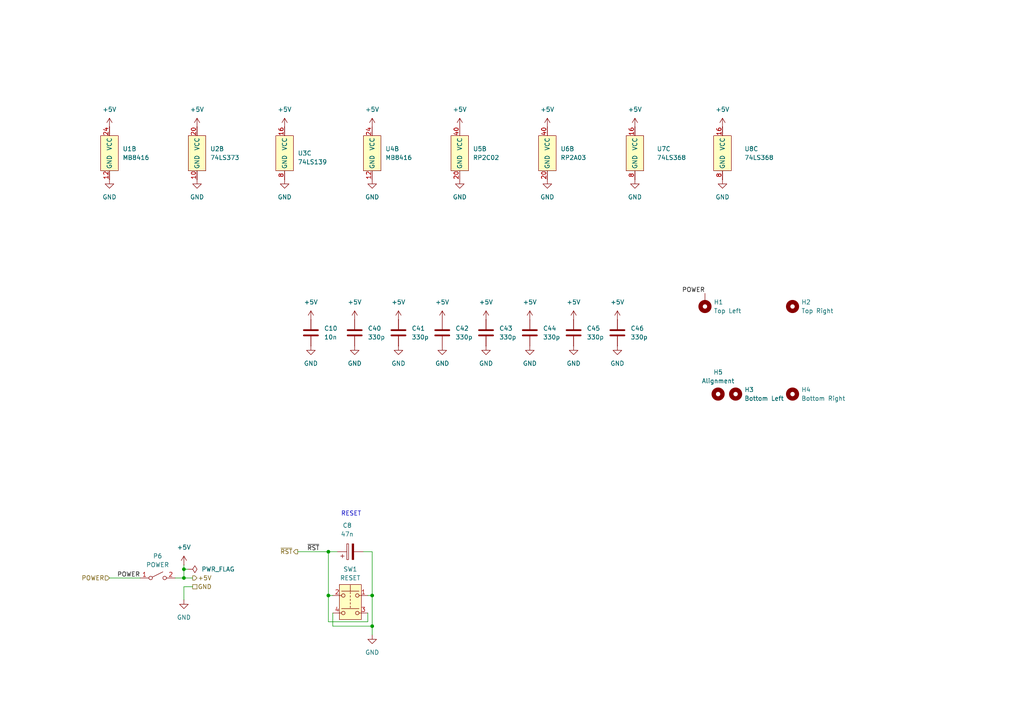
<source format=kicad_sch>
(kicad_sch (version 20250114) (generator "eeschema") (generator_version "9.0")
  (paper "A4")
  (title_block (title "Nintendo Famicom Mainboard") (date "2025-10-30") (rev "1"))
  (lib_symbols
    (symbol "Device:C" (pin_numbers (hide yes)) (pin_names (offset 0.254))
      (property "Reference" "C" (at 0.635 2.54 0))
      (property "Value" "C" (at 0.635 -2.54 0))
      (symbol "C_0_1"
        (polyline (pts (xy -2.032 0.762) (xy 2.032 0.762)) (stroke (width 0.508)))
        (polyline (pts (xy -2.032 -0.762) (xy 2.032 -0.762)) (stroke (width 0.508)))
      )
      (symbol "C_1_1"
        (pin passive line (at 0 3.81 270) (length 2.794) (name "~") (number "1"))
        (pin passive line (at 0 -3.81 90) (length 2.794) (name "~") (number "2"))
      )
    )
    (symbol "Device:C_Polarized" (pin_numbers (hide yes)) (pin_names (offset 0.254))
      (property "Reference" "C" (at 0.635 2.54 0))
      (property "Value" "C_Polarized" (at 0.635 -2.54 0))
      (symbol "C_Polarized_0_1"
        (rectangle (start -2.286 0.508) (end 2.286 1.016))
        (polyline (pts (xy -1.778 2.286) (xy -0.762 2.286)))
        (polyline (pts (xy -1.27 2.794) (xy -1.27 1.778)))
        (rectangle (start 2.286 -0.508) (end -2.286 -1.016) (fill (type outline)))
      )
      (symbol "C_Polarized_1_1"
        (pin passive line (at 0 3.81 270) (length 2.794) (name "~") (number "1"))
        (pin passive line (at 0 -3.81 90) (length 2.794) (name "~") (number "2"))
      )
    )
    (symbol "Famicom:74LS139"
      (property "Reference" "U" (at 0 1.524 0))
      (symbol "74LS139_1_0"
        (pin input line (at -10.16 -2.54 0) (length 2.54) (name "A1") (number "3"))
        (pin input line (at -10.16 -5.08 0) (length 2.54) (name "A0") (number "2"))
        (pin input line (at -10.16 -11.43 0) (length 2.54) (name "~{E}") (number "1"))
        (pin output line (at 10.16 -2.54 180) (length 2.54) (name "~{O0}") (number "4"))
        (pin output line (at 10.16 -5.08 180) (length 2.54) (name "~{O1}") (number "5"))
        (pin output line (at 10.16 -7.62 180) (length 2.54) (name "~{O2}") (number "6"))
        (pin output line (at 10.16 -10.16 180) (length 2.54) (name "~{O3}") (number "7"))
      )
      (symbol "74LS139_1_1"
        (rectangle (start -7.62 0) (end 7.62 -12.7) (fill (type background)))
      )
      (symbol "74LS139_2_0"
        (pin input line (at -10.16 -2.54 0) (length 2.54) (name "A1") (number "13"))
        (pin input line (at -10.16 -5.08 0) (length 2.54) (name "A0") (number "14"))
        (pin input line (at -8.89 -10.16 0) (length 2.54) (name "~{E}") (number "15"))
        (pin output line (at 10.16 -2.54 180) (length 2.54) (name "~{O0}") (number "12"))
        (pin output line (at 10.16 -5.08 180) (length 2.54) (name "~{O1}") (number "11"))
        (pin output line (at 10.16 -7.62 180) (length 2.54) (name "~{O2}") (number "10"))
        (pin output line (at 10.16 -10.16 180) (length 2.54) (name "~{O3}") (number "9"))
      )
      (symbol "74LS139_2_1"
        (rectangle (start -7.62 0) (end 7.62 -12.7) (fill (type background)))
      )
      (symbol "74LS139_3_0"
        (pin power_in line (at 0 2.54 270) (length 2.54) (name "VCC") (number "16"))
        (pin power_in line (at 0 -12.7 90) (length 2.54) (name "GND") (number "8"))
      )
      (symbol "74LS139_3_1"
        (rectangle (start -2.54 0) (end 2.54 -10.16) (fill (type background)))
      )
    )
    (symbol "Famicom:74LS368"
      (property "Reference" "U" (at 0 7.874 0))
      (property "Value" "{value}" (at 0 4.826 0))
      (symbol "74LS368_1_0"
        (pin input line (at -11.43 0 0) (length 2.54) (name "IN1a") (number "2"))
        (pin input line (at -11.43 -2.54 0) (length 2.54) (name "IN2a") (number "4"))
        (pin input line (at -11.43 -5.08 0) (length 2.54) (name "IN3a") (number "6"))
        (pin input line (at -11.43 -7.62 0) (length 2.54) (name "IN4a") (number "10"))
        (pin input line (at -11.43 -10.16 0) (length 2.54) (name "~{OEa}") (number "1"))
        (pin tri_state line (at 11.43 0 180) (length 2.54) (name "~{OUT1a}") (number "3"))
        (pin tri_state line (at 11.43 -2.54 180) (length 2.54) (name "~{OUT2a}") (number "5"))
        (pin tri_state line (at 11.43 -5.08 180) (length 2.54) (name "~{OUT3a}") (number "7"))
        (pin tri_state line (at 11.43 -7.62 180) (length 2.54) (name "~{OUT4a}") (number "9"))
      )
      (symbol "74LS368_1_1"
        (rectangle (start -8.89 2.54) (end 8.89 -12.7) (fill (type background)))
        (polyline (pts (xy -1.27 1.27) (xy -1.27 -1.27) (xy 1.27 0) (xy -1.27 1.27)))
        (polyline (pts (xy -1.27 -1.27) (xy -1.27 -3.81) (xy 1.27 -2.54) (xy -1.27 -1.27)))
        (polyline (pts (xy -1.27 -3.81) (xy -1.27 -6.35) (xy 1.27 -5.08) (xy -1.27 -3.81)))
        (polyline (pts (xy -1.27 -6.35) (xy -1.27 -8.89) (xy 1.27 -7.62) (xy -1.27 -6.35)))
        (circle (center 1.524 0) (radius 0.254))
        (circle (center 1.524 -2.54) (radius 0.254))
        (circle (center 1.524 -5.08) (radius 0.254))
        (circle (center 1.524 -7.62) (radius 0.254))
      )
      (symbol "74LS368_2_0"
        (pin input line (at -11.43 -2.54 0) (length 2.54) (name "IN1b") (number "12"))
        (pin input line (at -11.43 -5.08 0) (length 2.54) (name "IN2b") (number "14"))
        (pin input line (at -11.43 -7.62 0) (length 2.54) (name "~{OEb}") (number "15"))
        (pin tri_state line (at 11.43 -2.54 180) (length 2.54) (name "~{OUT1b}") (number "11"))
        (pin tri_state line (at 11.43 -5.08 180) (length 2.54) (name "~{OUT2b}") (number "13"))
      )
      (symbol "74LS368_2_1"
        (rectangle (start -8.89 0) (end 8.89 -10.16) (fill (type background)))
        (polyline (pts (xy -1.27 -1.27) (xy -1.27 -3.81) (xy 1.27 -2.54) (xy -1.27 -1.27)))
        (polyline (pts (xy -1.27 -3.81) (xy -1.27 -6.35) (xy 1.27 -5.08) (xy -1.27 -3.81)))
        (circle (center 1.524 -2.54) (radius 0.254))
        (circle (center 1.524 -5.08) (radius 0.254))
      )
      (symbol "74LS368_3_0"
        (pin power_in line (at 0 2.54 270) (length 2.54) (name "VCC") (number "16"))
        (pin power_in line (at 0 -12.7 90) (length 2.54) (name "GND") (number "8"))
      )
      (symbol "74LS368_3_1"
        (rectangle (start -2.54 0) (end 2.54 -10.16) (fill (type background)))
      )
    )
    (symbol "Famicom:74LS373"
      (property "Reference" "U" (at 0 4.572 0))
      (symbol "74LS373_1_0"
        (pin input line (at -10.16 -2.54 0) (length 2.54) (name "I0") (number "3"))
        (pin input line (at -10.16 -5.08 0) (length 2.54) (name "I1") (number "4"))
        (pin input line (at -10.16 -7.62 0) (length 2.54) (name "I2") (number "7"))
        (pin input line (at -10.16 -10.16 0) (length 2.54) (name "I3") (number "8"))
        (pin input line (at -10.16 -12.7 0) (length 2.54) (name "I4") (number "13"))
        (pin input line (at -10.16 -15.24 0) (length 2.54) (name "I5") (number "14"))
        (pin input line (at -10.16 -17.78 0) (length 2.54) (name "I6") (number "17"))
        (pin input line (at -10.16 -20.32 0) (length 2.54) (name "I7") (number "18"))
        (pin input line (at -10.16 -25.4 0) (length 2.54) (name "LE") (number "11"))
        (pin input line (at -10.16 -27.94 0) (length 2.54) (name "~{OE}") (number "1"))
        (pin tri_state line (at 10.16 -2.54 180) (length 2.54) (name "O0") (number "2"))
        (pin tri_state line (at 10.16 -5.08 180) (length 2.54) (name "O1") (number "5"))
        (pin tri_state line (at 10.16 -7.62 180) (length 2.54) (name "O2") (number "6"))
        (pin tri_state line (at 10.16 -10.16 180) (length 2.54) (name "O3") (number "9"))
        (pin tri_state line (at 10.16 -12.7 180) (length 2.54) (name "O4") (number "12"))
        (pin tri_state line (at 10.16 -15.24 180) (length 2.54) (name "O5") (number "15"))
        (pin tri_state line (at 10.16 -17.78 180) (length 2.54) (name "O6") (number "16"))
        (pin tri_state line (at 10.16 -20.32 180) (length 2.54) (name "O7") (number "19"))
      )
      (symbol "74LS373_1_1"
        (rectangle (start -7.62 0) (end 7.62 -30.48) (fill (type background)))
      )
      (symbol "74LS373_2_0"
        (pin power_in line (at 0 2.54 270) (length 2.54) (name "VCC") (number "20"))
        (pin power_in line (at 0 -12.7 90) (length 2.54) (name "GND") (number "10"))
      )
      (symbol "74LS373_2_1"
        (rectangle (start -2.54 0) (end 2.54 -10.16) (fill (type background)))
      )
    )
    (symbol "Famicom:RP2A03"
      (property "Reference" "U" (at 0 2.794 0))
      (symbol "RP2A03_1_0"
        (pin input line (at -10.16 -2.54 0) (length 2.54) (name "~{RST}") (number "3"))
        (pin input line (at -10.16 -5.08 0) (length 2.54) (name "CLK") (number "29"))
        (pin input line (at -10.16 -7.62 0) (length 2.54) (name "TST") (number "30"))
        (pin output line (at -10.16 -12.7 0) (length 2.54) (name "A15") (number "19"))
        (pin output line (at -10.16 -15.24 0) (length 2.54) (name "A14") (number "18"))
        (pin output line (at -10.16 -17.78 0) (length 2.54) (name "A13") (number "17"))
        (pin output line (at -10.16 -20.32 0) (length 2.54) (name "A12") (number "16"))
        (pin output line (at -10.16 -22.86 0) (length 2.54) (name "A11") (number "15"))
        (pin output line (at -10.16 -25.4 0) (length 2.54) (name "A10") (number "14"))
        (pin output line (at -10.16 -27.94 0) (length 2.54) (name "A9") (number "13"))
        (pin output line (at -10.16 -30.48 0) (length 2.54) (name "A8") (number "12"))
        (pin output line (at -10.16 -33.02 0) (length 2.54) (name "A7") (number "11"))
        (pin output line (at -10.16 -35.56 0) (length 2.54) (name "A6") (number "10"))
        (pin output line (at -10.16 -38.1 0) (length 2.54) (name "A5") (number "9"))
        (pin output line (at -10.16 -40.64 0) (length 2.54) (name "A4") (number "8"))
        (pin output line (at -10.16 -43.18 0) (length 2.54) (name "A3") (number "7"))
        (pin output line (at -10.16 -45.72 0) (length 2.54) (name "A2") (number "6"))
        (pin output line (at -10.16 -48.26 0) (length 2.54) (name "A1") (number "5"))
        (pin output line (at -10.16 -50.8 0) (length 2.54) (name "A0") (number "4"))
        (pin output line (at 10.16 -2.54 180) (length 2.54) (name "R/W") (number "34"))
        (pin output line (at 10.16 -5.08 180) (length 2.54) (name "M2") (number "31"))
        (pin input line (at 10.16 -7.62 180) (length 2.54) (name "~{NMI}") (number "33"))
        (pin input line (at 10.16 -10.16 180) (length 2.54) (name "~{IRQ}") (number "32"))
        (pin output line (at 10.16 -12.7 180) (length 2.54) (name "~{OE0}") (number "36"))
        (pin output line (at 10.16 -15.24 180) (length 2.54) (name "~{OE1}") (number "35"))
        (pin output line (at 10.16 -17.78 180) (length 2.54) (name "STROBE") (number "39"))
        (pin output line (at 10.16 -20.32 180) (length 2.54) (name "EXT45") (number "38"))
        (pin output line (at 10.16 -22.86 180) (length 2.54) (name "EXT44") (number "37"))
        (pin output line (at 10.16 -25.4 180) (length 2.54) (name "SND1") (number "1"))
        (pin output line (at 10.16 -27.94 180) (length 2.54) (name "SND2") (number "2"))
        (pin bidirectional line (at 10.16 -33.02 180) (length 2.54) (name "D7") (number "21"))
        (pin bidirectional line (at 10.16 -35.56 180) (length 2.54) (name "D6") (number "22"))
        (pin bidirectional line (at 10.16 -38.1 180) (length 2.54) (name "D5") (number "23"))
        (pin bidirectional line (at 10.16 -40.64 180) (length 2.54) (name "D4") (number "24"))
        (pin bidirectional line (at 10.16 -43.18 180) (length 2.54) (name "D3") (number "25"))
        (pin bidirectional line (at 10.16 -45.72 180) (length 2.54) (name "D2") (number "26"))
        (pin bidirectional line (at 10.16 -48.26 180) (length 2.54) (name "D1") (number "27"))
        (pin bidirectional line (at 10.16 -50.8 180) (length 2.54) (name "D0") (number "28"))
      )
      (symbol "RP2A03_1_1"
        (rectangle (start -7.62 0) (end 7.62 -53.34) (fill (type background)))
      )
      (symbol "RP2A03_2_0"
        (pin power_in line (at 0 2.54 270) (length 2.54) (name "VCC") (number "40"))
        (pin power_in line (at 0 -12.7 90) (length 2.54) (name "GND") (number "20"))
      )
      (symbol "RP2A03_2_1"
        (rectangle (start -2.54 0) (end 2.54 -10.16) (fill (type background)))
      )
    )
    (symbol "Famicom:RP2C02"
      (property "Reference" "U" (at 0 2.032 0))
      (symbol "RP2C02_1_0"
        (pin bidirectional line (at -10.16 -2.54 0) (length 2.54) (name "D7") (number "9"))
        (pin bidirectional line (at -10.16 -5.08 0) (length 2.54) (name "D6") (number "8"))
        (pin bidirectional line (at -10.16 -7.62 0) (length 2.54) (name "D5") (number "7"))
        (pin bidirectional line (at -10.16 -10.16 0) (length 2.54) (name "D4") (number "6"))
        (pin bidirectional line (at -10.16 -12.7 0) (length 2.54) (name "D3") (number "5"))
        (pin bidirectional line (at -10.16 -15.24 0) (length 2.54) (name "D2") (number "4"))
        (pin bidirectional line (at -10.16 -17.78 0) (length 2.54) (name "D1") (number "3"))
        (pin bidirectional line (at -10.16 -20.32 0) (length 2.54) (name "D0") (number "2"))
        (pin input line (at -10.16 -22.86 0) (length 2.54) (name "RS2") (number "10"))
        (pin input line (at -10.16 -25.4 0) (length 2.54) (name "RS1") (number "11"))
        (pin input line (at -10.16 -27.94 0) (length 2.54) (name "RS0") (number "12"))
        (pin input line (at -10.16 -33.02 0) (length 2.54) (name "R/~{W}") (number "1"))
        (pin input line (at -10.16 -35.56 0) (length 2.54) (name "~{DBE}") (number "13"))
        (pin input line (at -10.16 -38.1 0) (length 2.54) (name "CLK") (number "18"))
        (pin open_collector line (at -10.16 -40.64 0) (length 2.54) (name "~{INT}") (number "19"))
        (pin input line (at -10.16 -43.18 0) (length 2.54) (name "~{RST}") (number "22"))
        (pin passive line (at -10.16 -48.26 0) (length 2.54) (name "EXT0/R") (number "14"))
        (pin passive line (at -10.16 -50.8 0) (length 2.54) (name "EXT1/G") (number "15"))
        (pin passive line (at -10.16 -53.34 0) (length 2.54) (name "EXT2/B") (number "16"))
        (pin passive line (at -10.16 -55.88 0) (length 2.54) (name "EXT3/GND") (number "17"))
        (pin output line (at 10.16 -2.54 180) (length 2.54) (name "~{RD}") (number "24"))
        (pin output line (at 10.16 -5.08 180) (length 2.54) (name "~{WE}") (number "23"))
        (pin output line (at 10.16 -7.62 180) (length 2.54) (name "ALE") (number "39"))
        (pin output line (at 10.16 -12.7 180) (length 2.54) (name "PA13") (number "25"))
        (pin output line (at 10.16 -15.24 180) (length 2.54) (name "PA12") (number "26"))
        (pin output line (at 10.16 -17.78 180) (length 2.54) (name "PA11") (number "27"))
        (pin output line (at 10.16 -20.32 180) (length 2.54) (name "PA10") (number "28"))
        (pin output line (at 10.16 -22.86 180) (length 2.54) (name "PA9") (number "29"))
        (pin output line (at 10.16 -25.4 180) (length 2.54) (name "PA8") (number "30"))
        (pin bidirectional line (at 10.16 -27.94 180) (length 2.54) (name "AD7") (number "31"))
        (pin bidirectional line (at 10.16 -30.48 180) (length 2.54) (name "AD6") (number "32"))
        (pin bidirectional line (at 10.16 -33.02 180) (length 2.54) (name "AD5") (number "33"))
        (pin bidirectional line (at 10.16 -35.56 180) (length 2.54) (name "AD4") (number "34"))
        (pin bidirectional line (at 10.16 -38.1 180) (length 2.54) (name "AD3") (number "35"))
        (pin bidirectional line (at 10.16 -40.64 180) (length 2.54) (name "AD2") (number "36"))
        (pin bidirectional line (at 10.16 -43.18 180) (length 2.54) (name "AD1") (number "37"))
        (pin bidirectional line (at 10.16 -45.72 180) (length 2.54) (name "AD0") (number "38"))
        (pin output line (at 10.16 -50.8 180) (length 2.54) (name "VIDEO") (number "21"))
      )
      (symbol "RP2C02_1_1"
        (rectangle (start -7.62 0) (end 7.62 -58.42) (fill (type background)))
      )
      (symbol "RP2C02_2_0"
        (pin power_in line (at 0 2.54 270) (length 2.54) (name "VCC") (number "40"))
        (pin power_in line (at 0 -12.7 90) (length 2.54) (name "GND") (number "20"))
      )
      (symbol "RP2C02_2_1"
        (rectangle (start -2.54 0) (end 2.54 -10.16) (fill (type background)))
      )
    )
    (symbol "MB8416_1"
      (property "Reference" "U" (at 0 2.032 0))
      (symbol "MB8416_1_1_0"
        (pin input line (at -10.16 -2.54 0) (length 2.54) (name "A10") (number "19"))
        (pin input line (at -10.16 -5.08 0) (length 2.54) (name "A9") (number "22"))
        (pin input line (at -10.16 -7.62 0) (length 2.54) (name "A8") (number "23"))
        (pin input line (at -10.16 -10.16 0) (length 2.54) (name "A7") (number "1"))
        (pin input line (at -10.16 -12.7 0) (length 2.54) (name "A6") (number "2"))
        (pin input line (at -10.16 -15.24 0) (length 2.54) (name "A5") (number "3"))
        (pin input line (at -10.16 -17.78 0) (length 2.54) (name "A4") (number "4"))
        (pin input line (at -10.16 -20.32 0) (length 2.54) (name "A3") (number "5"))
        (pin input line (at -10.16 -22.86 0) (length 2.54) (name "A2") (number "6"))
        (pin input line (at -10.16 -25.4 0) (length 2.54) (name "A1") (number "7"))
        (pin input line (at -10.16 -27.94 0) (length 2.54) (name "A0") (number "8"))
        (pin input line (at -10.16 -33.02 0) (length 2.54) (name "~{E}") (number "18"))
        (pin input line (at -10.16 -35.56 0) (length 2.54) (name "~{W}") (number "21"))
        (pin input line (at -10.16 -38.1 0) (length 2.54) (name "~{G}") (number "20"))
        (pin tri_state line (at 10.16 -2.54 180) (length 2.54) (name "DQ7") (number "17"))
        (pin tri_state line (at 10.16 -5.08 180) (length 2.54) (name "DQ6") (number "16"))
        (pin tri_state line (at 10.16 -7.62 180) (length 2.54) (name "DQ5") (number "15"))
        (pin tri_state line (at 10.16 -10.16 180) (length 2.54) (name "DQ4") (number "14"))
        (pin tri_state line (at 10.16 -12.7 180) (length 2.54) (name "DQ3") (number "13"))
        (pin tri_state line (at 10.16 -15.24 180) (length 2.54) (name "DQ2") (number "11"))
        (pin tri_state line (at 10.16 -17.78 180) (length 2.54) (name "DQ1") (number "10"))
        (pin tri_state line (at 10.16 -20.32 180) (length 2.54) (name "DQ0") (number "9"))
      )
      (symbol "MB8416_1_1_1"
        (rectangle (start -7.62 0) (end 7.62 -40.64) (fill (type background)))
      )
      (symbol "MB8416_1_2_0"
        (pin power_in line (at 0 2.54 270) (length 2.54) (name "VCC") (number "24"))
        (pin power_in line (at 0 -12.7 90) (length 2.54) (name "GND") (number "12"))
      )
      (symbol "MB8416_1_2_1"
        (rectangle (start -2.54 0) (end 2.54 -10.16) (fill (type background)))
      )
    )
    (symbol "Mechanical:MountingHole" (pin_names (offset 1.016)) (in_bom no)
      (property "Reference" "H" (at 0 5.08 0))
      (property "Value" "MountingHole" (at 0 3.175 0))
      (symbol "MountingHole_0_1"
        (circle (center 0 0) (radius 1.27) (stroke (width 1.27)))
      )
    )
    (symbol "Mechanical:MountingHole_Pad" (pin_numbers (hide yes)) (pin_names (offset 1.016) (hide yes)) (in_bom no)
      (property "Reference" "H" (at 0 6.35 0))
      (property "Value" "MountingHole_Pad" (at 0 4.445 0))
      (symbol "MountingHole_Pad_0_1"
        (circle (center 0 1.27) (radius 1.27) (stroke (width 1.27)))
      )
      (symbol "MountingHole_Pad_1_1"
        (pin input line (at 0 -2.54 90) (length 2.54) (name "1") (number "1"))
      )
    )
    (symbol "Switch:SW_Push_Dual" (pin_names (offset 1.016) (hide yes))
      (property "Reference" "SW" (at 0 7.62 0))
      (property "Value" "SW_Push_Dual" (at 0 -6.35 0))
      (symbol "SW_Push_Dual_0_1"
        (circle (center -2.032 2.54) (radius 0.508))
        (circle (center -2.032 -2.54) (radius 0.508))
        (polyline (pts (xy 0 3.81) (xy 0 5.588)))
        (polyline (pts (xy 0 3.048) (xy 0 3.556)))
        (polyline (pts (xy 0 2.032) (xy 0 2.54)))
        (polyline (pts (xy 0 1.016) (xy 0 1.524)))
        (polyline (pts (xy 0 0.508) (xy 0 0)))
        (polyline (pts (xy 0 -0.508) (xy 0 -1.016)))
        (circle (center 2.032 2.54) (radius 0.508))
        (circle (center 2.032 -2.54) (radius 0.508))
        (polyline (pts (xy 2.54 3.81) (xy -2.54 3.81)))
        (polyline (pts (xy 2.54 -1.27) (xy -2.54 -1.27)))
        (pin passive line (at -5.08 2.54 0) (length 2.54) (name "1") (number "1"))
        (pin passive line (at -5.08 -2.54 0) (length 2.54) (name "3") (number "3"))
        (pin passive line (at 5.08 2.54 180) (length 2.54) (name "2") (number "2"))
        (pin passive line (at 5.08 -2.54 180) (length 2.54) (name "4") (number "4"))
      )
      (symbol "SW_Push_Dual_1_1"
        (rectangle (start -3.175 5.715) (end 3.175 -4.445) (fill (type background)))
      )
    )
    (symbol "Switch:SW_SPST" (pin_names (offset 0) (hide yes))
      (property "Reference" "SW" (at 0 3.175 0))
      (property "Value" "SW_SPST" (at 0 -2.54 0))
      (symbol "SW_SPST_0_0"
        (circle (center -2.032 0) (radius 0.508))
        (polyline (pts (xy -1.524 0.254) (xy 1.524 1.778)))
        (circle (center 2.032 0) (radius 0.508))
      )
      (symbol "SW_SPST_1_1"
        (pin passive line (at -5.08 0 0) (length 2.54) (name "A") (number "1"))
        (pin passive line (at 5.08 0 180) (length 2.54) (name "B") (number "2"))
      )
    )
    (symbol "power:+5V" (power) (pin_numbers (hide yes)) (pin_names (offset 0) (hide yes))
      (property "Value" "+5V" (at 0 3.556 0))
      (symbol "+5V_0_1"
        (polyline (pts (xy -0.762 1.27) (xy 0 2.54)))
        (polyline (pts (xy 0 2.54) (xy 0.762 1.27)))
        (polyline (pts (xy 0 0) (xy 0 2.54)))
      )
      (symbol "+5V_1_1"
        (pin power_in line (at 0 0 90) (length 0) (name "~") (number "1"))
      )
    )
    (symbol "power:GND" (power) (pin_numbers (hide yes)) (pin_names (offset 0) (hide yes))
      (property "Value" "GND" (at 0 -3.81 0))
      (symbol "GND_0_1"
        (polyline (pts (xy 0 0) (xy 0 -1.27) (xy 1.27 -1.27) (xy 0 -2.54) (xy -1.27 -1.27) (xy 0 -1.27)))
      )
      (symbol "GND_1_1"
        (pin power_in line (at 0 0 270) (length 0) (name "~") (number "1"))
      )
    )
    (symbol "power:PWR_FLAG" (power) (pin_numbers (hide yes)) (pin_names (offset 0) (hide yes))
      (property "Value" "PWR_FLAG" (at 0 3.81 0))
      (symbol "PWR_FLAG_0_0"
        (pin power_out line (at 0 0 90) (length 0) (name "~") (number "1"))
      )
      (symbol "PWR_FLAG_0_1"
        (polyline (pts (xy 0 0) (xy 0 1.27) (xy -1.016 1.905) (xy 0 2.54) (xy 1.016 1.905) (xy 0 1.27)))
      )
    )
  )
  (text "RESET" (at 101.854 149.098 0) (effects (font (size 1.27 1.27))))
  (junction (at 95.25 160.02))
  (junction (at 107.95 172.72))
  (junction (at 95.25 172.72))
  (junction (at 107.95 181.61))
  (junction (at 53.34 167.64))
  (junction (at 53.34 165.1))
  (wire (pts (xy 95.25 172.72) (xy 96.52 172.72)))
  (wire (pts (xy 86.36 160.02) (xy 95.25 160.02)))
  (wire (pts (xy 95.25 160.02) (xy 95.25 172.72)))
  (wire (pts (xy 50.8 167.64) (xy 53.34 167.64)))
  (wire (pts (xy 107.95 172.72) (xy 106.68 172.72)))
  (wire (pts (xy 55.88 167.64) (xy 53.34 167.64)))
  (wire (pts (xy 96.52 181.61) (xy 107.95 181.61)))
  (wire (pts (xy 53.34 165.1) (xy 53.34 163.83)))
  (wire (pts (xy 53.34 170.18) (xy 53.34 173.99)))
  (wire (pts (xy 107.95 181.61) (xy 107.95 172.72)))
  (wire (pts (xy 107.95 184.15) (xy 107.95 181.61)))
  (wire (pts (xy 55.88 170.18) (xy 53.34 170.18)))
  (wire (pts (xy 53.34 167.64) (xy 53.34 165.1)))
  (wire (pts (xy 107.95 160.02) (xy 107.95 172.72)))
  (wire (pts (xy 53.34 165.1) (xy 54.61 165.1)))
  (wire (pts (xy 95.25 172.72) (xy 95.25 180.34)))
  (wire (pts (xy 40.64 167.64) (xy 31.75 167.64)))
  (wire (pts (xy 96.52 177.8) (xy 96.52 181.61)))
  (wire (pts (xy 106.68 180.34) (xy 106.68 177.8)))
  (wire (pts (xy 105.41 160.02) (xy 107.95 160.02)))
  (wire (pts (xy 95.25 180.34) (xy 106.68 180.34)))
  (wire (pts (xy 97.79 160.02) (xy 95.25 160.02)))
  (label "POWER" (at 204.47 85.09 180))
  (label "~{RST}" (at 92.71 160.02 180))
  (label "POWER" (at 40.64 167.64 180))
  (hierarchical_label "~{RST}" (shape output) (at 86.36 160.02 180))
  (hierarchical_label "+5V" (shape output) (at 55.88 167.64 0))
  (hierarchical_label "GND" (shape passive) (at 55.88 170.18 0))
  (hierarchical_label "POWER" (shape input) (at 31.75 167.64 180))
  (symbol (lib_id "power:+5V") (at 158.75 36.83 0) (unit 1)
    (property "Reference" "#PWR034" (effects (hide yes)))
    (property "Value" "+5V" (at 158.75 31.75 0))
    (property "Description" "Power symbol creates a global label with name \"+5V\"" (effects (hide yes)))
  )
  (symbol (lib_id "power:+5V") (at 184.15 36.83 0) (unit 1)
    (property "Reference" "#PWR015" (effects (hide yes)))
    (property "Value" "+5V" (at 184.15 31.75 0))
    (property "Description" "Power symbol creates a global label with name \"+5V\"" (effects (hide yes)))
  )
  (symbol (lib_id "Mechanical:MountingHole") (at 229.87 114.3 0) (unit 1) (in_bom no)
    (property "Reference" "H4" (at 232.41 113.0299 0) (effects (justify left)))
    (property "Value" "Bottom Right" (at 232.41 115.5699 0) (effects (justify left)))
    (property "Footprint" "Nintendo:npth_mounting_3.3x5mm_nopad" (effects (hide yes)))
    (property "Description" "Mounting Hole without connection" (effects (hide yes)))
  )
  (symbol (lib_id "Device:C") (at 140.97 96.52 0) (unit 1)
    (property "Reference" "C43" (at 144.78 95.2499 0) (effects (justify left)))
    (property "Value" "330p" (at 144.78 97.7899 0) (effects (justify left)))
    (property "Footprint" "Nintendo:C_Disc_D3.0mm_W2.0mm_P3.0mm" (effects (hide yes)))
    (property "Description" "Unpolarized capacitor" (effects (hide yes)))
  )
  (symbol (lib_id "Device:C") (at 128.27 96.52 0) (unit 1)
    (property "Reference" "C42" (at 132.08 95.2499 0) (effects (justify left)))
    (property "Value" "330p" (at 132.08 97.7899 0) (effects (justify left)))
    (property "Footprint" "Nintendo:C_Disc_D3.0mm_W2.0mm_P3.0mm" (effects (hide yes)))
    (property "Description" "Unpolarized capacitor" (effects (hide yes)))
  )
  (symbol (lib_id "power:+5V") (at 31.75 36.83 0) (unit 1)
    (property "Reference" "#PWR040" (effects (hide yes)))
    (property "Value" "+5V" (at 31.75 31.75 0))
    (property "Description" "Power symbol creates a global label with name \"+5V\"" (effects (hide yes)))
  )
  (symbol (lib_id "power:PWR_FLAG") (at 54.61 165.1 270) (unit 1)
    (property "Reference" "#FLG01" (effects (hide yes)))
    (property "Value" "PWR_FLAG" (at 58.42 165.0999 90) (effects (justify left)))
    (property "Description" "Special symbol for telling ERC where power comes from" (effects (hide yes)))
  )
  (symbol (lib_id "power:+5V") (at 115.57 92.71 0) (unit 1)
    (property "Reference" "#PWR053" (effects (hide yes)))
    (property "Value" "+5V" (at 115.57 87.63 0))
    (property "Description" "Power symbol creates a global label with name \"+5V\"" (effects (hide yes)))
  )
  (symbol (lib_id "power:GND") (at 158.75 52.07 0) (unit 1)
    (property "Reference" "#PWR081" (effects (hide yes)))
    (property "Value" "GND" (at 158.75 57.15 0))
    (property "Description" "Power symbol creates a global label with name \"GND\" , ground" (effects (hide yes)))
  )
  (symbol (lib_id "power:GND") (at 107.95 184.15 0) (unit 1)
    (property "Reference" "#PWR012" (effects (hide yes)))
    (property "Value" "GND" (at 107.95 189.23 0))
    (property "Description" "Power symbol creates a global label with name \"GND\" , ground" (effects (hide yes)))
  )
  (symbol (lib_id "power:+5V") (at 90.17 92.71 0) (unit 1)
    (property "Reference" "#PWR070" (effects (hide yes)))
    (property "Value" "+5V" (at 90.17 87.63 0))
    (property "Description" "Power symbol creates a global label with name \"+5V\"" (effects (hide yes)))
  )
  (symbol (lib_id "power:GND") (at 53.34 173.99 0) (unit 1)
    (property "Reference" "#PWR036" (effects (hide yes)))
    (property "Value" "GND" (at 53.34 179.07 0))
    (property "Description" "Power symbol creates a global label with name \"GND\" , ground" (effects (hide yes)))
  )
  (symbol (lib_id "power:+5V") (at 166.37 92.71 0) (unit 1)
    (property "Reference" "#PWR078" (effects (hide yes)))
    (property "Value" "+5V" (at 166.37 87.63 0))
    (property "Description" "Power symbol creates a global label with name \"+5V\"" (effects (hide yes)))
  )
  (symbol (lib_id "power:+5V") (at 102.87 92.71 0) (unit 1)
    (property "Reference" "#PWR072" (effects (hide yes)))
    (property "Value" "+5V" (at 102.87 87.63 0))
    (property "Description" "Power symbol creates a global label with name \"+5V\"" (effects (hide yes)))
  )
  (symbol (lib_id "power:GND") (at 133.35 52.07 0) (unit 1)
    (property "Reference" "#PWR080" (effects (hide yes)))
    (property "Value" "GND" (at 133.35 57.15 0))
    (property "Description" "Power symbol creates a global label with name \"GND\" , ground" (effects (hide yes)))
  )
  (symbol (lib_id "power:GND") (at 153.67 100.33 0) (unit 1)
    (property "Reference" "#PWR077" (effects (hide yes)))
    (property "Value" "GND" (at 153.67 105.41 0))
    (property "Description" "Power symbol creates a global label with name \"GND\" , ground" (effects (hide yes)))
  )
  (symbol (lib_id "power:+5V") (at 153.67 92.71 0) (unit 1)
    (property "Reference" "#PWR076" (effects (hide yes)))
    (property "Value" "+5V" (at 153.67 87.63 0))
    (property "Description" "Power symbol creates a global label with name \"+5V\"" (effects (hide yes)))
  )
  (symbol (lib_id "Mechanical:MountingHole_Pad") (at 204.47 87.63 180) (unit 1) (in_bom no)
    (property "Reference" "H1" (at 207.01 87.6299 0) (effects (justify right)))
    (property "Value" "Top Left" (at 207.01 90.1699 0) (effects (justify right)))
    (property "Footprint" "Nintendo:npth_mounting_4x5mm_pad" (effects (hide yes)))
    (property "Description" "Mounting Hole with connection" (effects (hide yes)))
  )
  (symbol (lib_id "power:GND") (at 82.55 52.07 0) (unit 1)
    (property "Reference" "#PWR056" (effects (hide yes)))
    (property "Value" "GND" (at 82.55 57.15 0))
    (property "Description" "Power symbol creates a global label with name \"GND\" , ground" (effects (hide yes)))
  )
  (symbol (lib_id "power:+5V") (at 133.35 36.83 0) (unit 1)
    (property "Reference" "#PWR041" (effects (hide yes)))
    (property "Value" "+5V" (at 133.35 31.75 0))
    (property "Description" "Power symbol creates a global label with name \"+5V\"" (effects (hide yes)))
  )
  (symbol (lib_id "Famicom:74LS373") (at 57.15 39.37 0) (unit 2)
    (property "Reference" "U2" (at 60.96 43.1799 0) (effects (justify left)))
    (property "Value" "74LS373" (at 60.96 45.7199 0) (effects (justify left)))
    (property "Footprint" "Package_DIP:DIP-20_W7.62mm" (effects (hide yes)))
    (property "Datasheet" "http://www.ti.com/lit/gpn/sn74LS373" (effects (hide yes)))
    (property "Description" "8-bit Latch, 3-state outputs" (effects (hide yes)))
  )
  (symbol (lib_id "power:GND") (at 140.97 100.33 0) (unit 1)
    (property "Reference" "#PWR075" (effects (hide yes)))
    (property "Value" "GND" (at 140.97 105.41 0))
    (property "Description" "Power symbol creates a global label with name \"GND\" , ground" (effects (hide yes)))
  )
  (symbol (lib_id "power:GND") (at 57.15 52.07 0) (unit 1)
    (property "Reference" "#PWR043" (effects (hide yes)))
    (property "Value" "GND" (at 57.15 57.15 0))
    (property "Description" "Power symbol creates a global label with name \"GND\" , ground" (effects (hide yes)))
  )
  (symbol (lib_id "power:+5V") (at 179.07 92.71 0) (unit 1)
    (property "Reference" "#PWR097" (effects (hide yes)))
    (property "Value" "+5V" (at 179.07 87.63 0))
    (property "Description" "Power symbol creates a global label with name \"+5V\"" (effects (hide yes)))
  )
  (symbol (lib_id "Device:C") (at 179.07 96.52 0) (unit 1)
    (property "Reference" "C46" (at 182.88 95.2499 0) (effects (justify left)))
    (property "Value" "330p" (at 182.88 97.7899 0) (effects (justify left)))
    (property "Footprint" "Nintendo:C_Disc_D3.0mm_W2.0mm_P3.0mm" (effects (hide yes)))
    (property "Description" "Unpolarized capacitor" (effects (hide yes)))
  )
  (symbol (lib_id "power:GND") (at 179.07 100.33 0) (unit 1)
    (property "Reference" "#PWR046" (effects (hide yes)))
    (property "Value" "GND" (at 179.07 105.41 0))
    (property "Description" "Power symbol creates a global label with name \"GND\" , ground" (effects (hide yes)))
  )
  (symbol (lib_id "power:GND") (at 166.37 100.33 0) (unit 1)
    (property "Reference" "#PWR079" (effects (hide yes)))
    (property "Value" "GND" (at 166.37 105.41 0))
    (property "Description" "Power symbol creates a global label with name \"GND\" , ground" (effects (hide yes)))
  )
  (symbol (lib_id "power:GND") (at 209.55 52.07 0) (unit 1)
    (property "Reference" "#PWR018" (effects (hide yes)))
    (property "Value" "GND" (at 209.55 57.15 0))
    (property "Description" "Power symbol creates a global label with name \"GND\" , ground" (effects (hide yes)))
  )
  (symbol (lib_id "Device:C") (at 102.87 96.52 0) (unit 1)
    (property "Reference" "C40" (at 106.68 95.2499 0) (effects (justify left)))
    (property "Value" "330p" (at 106.68 97.7899 0) (effects (justify left)))
    (property "Footprint" "Nintendo:C_Disc_D3.0mm_W2.0mm_P3.0mm" (effects (hide yes)))
    (property "Description" "Unpolarized capacitor" (effects (hide yes)))
  )
  (symbol (lib_id "power:GND") (at 115.57 100.33 0) (unit 1)
    (property "Reference" "#PWR054" (effects (hide yes)))
    (property "Value" "GND" (at 115.57 105.41 0))
    (property "Description" "Power symbol creates a global label with name \"GND\" , ground" (effects (hide yes)))
  )
  (symbol (lib_id "Device:C") (at 166.37 96.52 0) (unit 1)
    (property "Reference" "C45" (at 170.18 95.2499 0) (effects (justify left)))
    (property "Value" "330p" (at 170.18 97.7899 0) (effects (justify left)))
    (property "Footprint" "Nintendo:C_Disc_D3.0mm_W2.0mm_P3.0mm" (effects (hide yes)))
    (property "Description" "Unpolarized capacitor" (effects (hide yes)))
  )
  (symbol (lib_id "Switch:SW_SPST") (at 45.72 167.64 0) (unit 1)
    (property "Reference" "P6" (at 45.72 161.29 0))
    (property "Value" "POWER" (at 45.72 163.83 0))
    (property "Footprint" "Nintendo:connector_P6_2pin" (effects (hide yes)))
    (property "Description" "Single Pole Single Throw (SPST) switch" (effects (hide yes)))
  )
  (symbol (lib_id "power:+5V") (at 128.27 92.71 0) (unit 1)
    (property "Reference" "#PWR052" (effects (hide yes)))
    (property "Value" "+5V" (at 128.27 87.63 0))
    (property "Description" "Power symbol creates a global label with name \"+5V\"" (effects (hide yes)))
  )
  (symbol (lib_id "Mechanical:MountingHole") (at 213.36 114.3 0) (unit 1) (in_bom no)
    (property "Reference" "H3" (at 215.9 113.0299 0) (effects (justify left)))
    (property "Value" "Bottom Left" (at 215.9 115.5699 0) (effects (justify left)))
    (property "Footprint" "Nintendo:npth_mounting_3.3x5mm_nopad" (effects (hide yes)))
    (property "Description" "Mounting Hole without connection" (effects (hide yes)))
  )
  (symbol (lib_id "Mechanical:MountingHole") (at 208.28 114.3 0) (unit 1) (in_bom no)
    (property "Reference" "H5" (at 208.28 107.95 0))
    (property "Value" "Alignment" (at 208.28 110.49 0))
    (property "Footprint" "Nintendo:npth_mounting_2x4mm_nopad" (effects (hide yes)))
    (property "Description" "Mounting Hole without connection" (effects (hide yes)))
  )
  (symbol (lib_id "power:+5V") (at 140.97 92.71 0) (unit 1)
    (property "Reference" "#PWR074" (effects (hide yes)))
    (property "Value" "+5V" (at 140.97 87.63 0))
    (property "Description" "Power symbol creates a global label with name \"+5V\"" (effects (hide yes)))
  )
  (symbol (lib_id "Famicom:74LS368") (at 209.55 39.37 0) (unit 3)
    (property "Reference" "U8" (at 215.9 43.1799 0) (effects (justify left)))
    (property "Value" "74LS368" (at 215.9 45.7199 0) (effects (justify left)))
    (property "Footprint" "Package_DIP:DIP-16_W7.62mm" (effects (hide yes)))
    (property "Datasheet" "http://www.ti.com/lit/gpn/sn74LS368" (effects (hide yes)))
    (property "Description" "Hex Bus Driver inverter, 3-state outputs" (effects (hide yes)))
  )
  (symbol (lib_id "Device:C") (at 153.67 96.52 0) (unit 1)
    (property "Reference" "C44" (at 157.48 95.2499 0) (effects (justify left)))
    (property "Value" "330p" (at 157.48 97.7899 0) (effects (justify left)))
    (property "Footprint" "Nintendo:C_Disc_D3.0mm_W2.0mm_P3.0mm" (effects (hide yes)))
    (property "Description" "Unpolarized capacitor" (effects (hide yes)))
  )
  (symbol (lib_id "power:GND") (at 102.87 100.33 0) (unit 1)
    (property "Reference" "#PWR073" (effects (hide yes)))
    (property "Value" "GND" (at 102.87 105.41 0))
    (property "Description" "Power symbol creates a global label with name \"GND\" , ground" (effects (hide yes)))
  )
  (symbol (lib_name "MB8416_1") (lib_id "Famicom:MB8416") (at 31.75 39.37 0) (unit 2)
    (property "Reference" "U1" (at 35.56 43.1799 0) (effects (justify left)))
    (property "Value" "MB8416" (at 35.56 45.7199 0) (effects (justify left)))
    (property "Footprint" "Package_DIP:DIP-24_W7.62mm" (effects (hide yes)))
  )
  (symbol (lib_id "power:+5V") (at 82.55 36.83 0) (unit 1)
    (property "Reference" "#PWR055" (effects (hide yes)))
    (property "Value" "+5V" (at 82.55 31.75 0))
    (property "Description" "Power symbol creates a global label with name \"+5V\"" (effects (hide yes)))
  )
  (symbol (lib_id "Famicom:RP2C02") (at 133.35 39.37 0) (unit 2)
    (property "Reference" "U5" (at 137.16 43.1799 0) (effects (justify left)))
    (property "Value" "RP2C02" (at 137.16 45.7199 0) (effects (justify left)))
    (property "Footprint" "Package_DIP:DIP-40_W15.24mm" (effects (hide yes)))
  )
  (symbol (lib_id "power:GND") (at 90.17 100.33 0) (unit 1)
    (property "Reference" "#PWR032" (effects (hide yes)))
    (property "Value" "GND" (at 90.17 105.41 0))
    (property "Description" "Power symbol creates a global label with name \"GND\" , ground" (effects (hide yes)))
  )
  (symbol (lib_id "Famicom:74LS368") (at 184.15 39.37 0) (unit 3)
    (property "Reference" "U7" (at 190.5 43.1799 0) (effects (justify left)))
    (property "Value" "74LS368" (at 190.5 45.7199 0) (effects (justify left)))
    (property "Footprint" "Package_DIP:DIP-16_W7.62mm" (effects (hide yes)))
    (property "Datasheet" "http://www.ti.com/lit/gpn/sn74LS368" (effects (hide yes)))
    (property "Description" "Hex Bus Driver inverter, 3-state outputs" (effects (hide yes)))
  )
  (symbol (lib_id "Device:C") (at 115.57 96.52 0) (unit 1)
    (property "Reference" "C41" (at 119.38 95.2499 0) (effects (justify left)))
    (property "Value" "330p" (at 119.38 97.7899 0) (effects (justify left)))
    (property "Footprint" "Nintendo:C_Disc_D3.0mm_W2.0mm_P3.0mm" (effects (hide yes)))
    (property "Description" "Unpolarized capacitor" (effects (hide yes)))
  )
  (symbol (lib_name "MB8416_1") (lib_id "Famicom:MB8416") (at 107.95 39.37 0) (unit 2)
    (property "Reference" "U4" (at 111.76 43.1799 0) (effects (justify left)))
    (property "Value" "MB8416" (at 111.76 45.7199 0) (effects (justify left)))
    (property "Footprint" "Package_DIP:DIP-24_W7.62mm" (effects (hide yes)))
  )
  (symbol (lib_id "power:GND") (at 31.75 52.07 0) (unit 1)
    (property "Reference" "#PWR045" (effects (hide yes)))
    (property "Value" "GND" (at 31.75 57.15 0))
    (property "Description" "Power symbol creates a global label with name \"GND\" , ground" (effects (hide yes)))
  )
  (symbol (lib_id "Famicom:RP2A03") (at 158.75 39.37 0) (unit 2)
    (property "Reference" "U6" (at 162.56 43.1799 0) (effects (justify left)))
    (property "Value" "RP2A03" (at 162.56 45.7199 0) (effects (justify left)))
    (property "Footprint" "Package_DIP:DIP-40_W15.24mm" (effects (hide yes)))
  )
  (symbol (lib_id "power:+5V") (at 107.95 36.83 0) (unit 1)
    (property "Reference" "#PWR047" (effects (hide yes)))
    (property "Value" "+5V" (at 107.95 31.75 0))
    (property "Description" "Power symbol creates a global label with name \"+5V\"" (effects (hide yes)))
  )
  (symbol (lib_id "Famicom:74LS139") (at 82.55 39.37 0) (unit 3)
    (property "Reference" "U3" (at 86.36 44.4499 0) (effects (justify left)))
    (property "Value" "74LS139" (at 86.36 46.9899 0) (effects (justify left)))
    (property "Footprint" "Package_DIP:DIP-16_W7.62mm" (effects (hide yes)))
    (property "Datasheet" "http://www.ti.com/lit/ds/symlink/sn74ls139a.pdf" (effects (hide yes)))
    (property "Description" "Dual Decoder 1 of 4, Active low outputs" (effects (hide yes)))
  )
  (symbol (lib_id "power:GND") (at 184.15 52.07 0) (unit 1)
    (property "Reference" "#PWR017" (effects (hide yes)))
    (property "Value" "GND" (at 184.15 57.15 0))
    (property "Description" "Power symbol creates a global label with name \"GND\" , ground" (effects (hide yes)))
  )
  (symbol (lib_id "Switch:SW_Push_Dual") (at 101.6 175.26 0) (mirror y) (unit 1)
    (property "Reference" "SW1" (at 101.6 165.1 0))
    (property "Value" "RESET" (at 101.6 167.64 0))
    (property "Footprint" "Nintendo:switch_reset_9x10_4pin" (effects (hide yes)))
    (property "Description" "Push button switch, generic, symbol, four pins" (effects (hide yes)))
  )
  (symbol (lib_id "power:+5V") (at 53.34 163.83 0) (mirror y) (unit 1)
    (property "Reference" "#PWR098" (effects (hide yes)))
    (property "Value" "+5V" (at 53.34 158.75 0))
    (property "Description" "Power symbol creates a global label with name \"+5V\"" (effects (hide yes)))
  )
  (symbol (lib_id "power:+5V") (at 209.55 36.83 0) (unit 1)
    (property "Reference" "#PWR016" (effects (hide yes)))
    (property "Value" "+5V" (at 209.55 31.75 0))
    (property "Description" "Power symbol creates a global label with name \"+5V\"" (effects (hide yes)))
  )
  (symbol (lib_id "power:+5V") (at 57.15 36.83 0) (unit 1)
    (property "Reference" "#PWR042" (effects (hide yes)))
    (property "Value" "+5V" (at 57.15 31.75 0))
    (property "Description" "Power symbol creates a global label with name \"+5V\"" (effects (hide yes)))
  )
  (symbol (lib_id "power:GND") (at 128.27 100.33 0) (unit 1)
    (property "Reference" "#PWR049" (effects (hide yes)))
    (property "Value" "GND" (at 128.27 105.41 0))
    (property "Description" "Power symbol creates a global label with name \"GND\" , ground" (effects (hide yes)))
  )
  (symbol (lib_id "Mechanical:MountingHole") (at 229.87 88.9 0) (unit 1) (in_bom no)
    (property "Reference" "H2" (at 232.41 87.6299 0) (effects (justify left)))
    (property "Value" "Top Right" (at 232.41 90.1699 0) (effects (justify left)))
    (property "Footprint" "Nintendo:npth_mounting_4x5mm_nopad" (effects (hide yes)))
    (property "Description" "Mounting Hole without connection" (effects (hide yes)))
  )
  (symbol (lib_id "Device:C") (at 90.17 96.52 180) (unit 1)
    (property "Reference" "C10" (at 93.98 95.2499 0) (effects (justify right)))
    (property "Value" "10n" (at 93.98 97.7899 0) (effects (justify right)))
    (property "Footprint" "Nintendo:C_Disc_D3.0mm_W2.0mm_P3.0mm" (effects (hide yes)))
    (property "Description" "Unpolarized capacitor" (effects (hide yes)))
  )
  (symbol (lib_id "power:GND") (at 107.95 52.07 0) (unit 1)
    (property "Reference" "#PWR071" (effects (hide yes)))
    (property "Value" "GND" (at 107.95 57.15 0))
    (property "Description" "Power symbol creates a global label with name \"GND\" , ground" (effects (hide yes)))
  )
  (symbol (lib_id "Device:C_Polarized") (at 101.6 160.02 90) (unit 1)
    (property "Reference" "C8" (at 100.711 152.4 90))
    (property "Value" "47n" (at 100.711 154.94 90))
    (property "Footprint" "Capacitor_THT:CP_Radial_D5.0mm_P2.50mm" (effects (hide yes)))
    (property "Description" "Polarized capacitor" (effects (hide yes)))
  )
)
</source>
